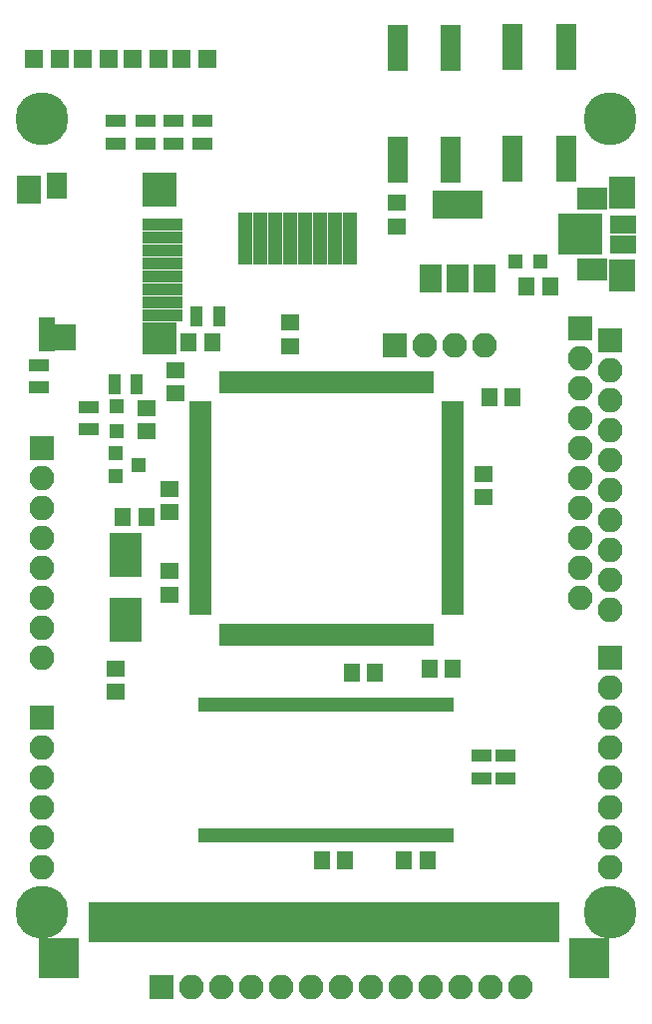
<source format=gts>
G04 #@! TF.FileFunction,Soldermask,Top*
%FSLAX46Y46*%
G04 Gerber Fmt 4.6, Leading zero omitted, Abs format (unit mm)*
G04 Created by KiCad (PCBNEW 4.0.5-e0-6337~49~ubuntu16.04.1) date Sat Feb 25 14:31:11 2017*
%MOMM*%
%LPD*%
G01*
G04 APERTURE LIST*
%ADD10C,0.100000*%
%ADD11R,1.650000X1.400000*%
%ADD12R,1.400000X1.650000*%
%ADD13R,1.300000X1.200000*%
%ADD14R,1.200000X1.300000*%
%ADD15R,1.950000X0.700000*%
%ADD16R,0.700000X1.950000*%
%ADD17R,1.700000X1.100000*%
%ADD18R,1.100000X1.700000*%
%ADD19R,0.960000X1.300000*%
%ADD20R,2.800000X3.725000*%
%ADD21R,1.000000X3.400000*%
%ADD22R,3.400000X3.400000*%
%ADD23R,1.800000X3.900000*%
%ADD24R,3.780000X0.850000*%
%ADD25R,2.500000X1.880000*%
%ADD26R,2.300000X2.780000*%
%ADD27R,2.300000X1.580000*%
%ADD28R,2.100000X2.100000*%
%ADD29O,2.100000X2.100000*%
%ADD30R,4.200000X2.400000*%
%ADD31R,1.900000X2.400000*%
%ADD32R,1.200000X4.400000*%
%ADD33R,3.400000X1.100000*%
%ADD34R,2.900000X2.750000*%
%ADD35R,1.400000X2.850000*%
%ADD36R,1.900000X2.200000*%
%ADD37R,2.900000X2.900000*%
%ADD38R,1.800000X2.200000*%
%ADD39R,2.000000X2.400000*%
%ADD40R,1.600000X1.600000*%
%ADD41C,4.500000*%
G04 APERTURE END LIST*
D10*
D11*
X109220000Y-93107000D03*
X109220000Y-95107000D03*
D12*
X109204000Y-102362000D03*
X107204000Y-102362000D03*
D11*
X106553000Y-115205000D03*
X106553000Y-117205000D03*
D12*
X133239000Y-115189000D03*
X135239000Y-115189000D03*
X138319000Y-92202000D03*
X140319000Y-92202000D03*
X141494000Y-82804000D03*
X143494000Y-82804000D03*
D11*
X130429000Y-75708000D03*
X130429000Y-77708000D03*
D13*
X106680000Y-92930000D03*
X106680000Y-95030000D03*
D14*
X140555000Y-80708500D03*
X142655000Y-80708500D03*
D13*
X106569000Y-96967000D03*
X106569000Y-98867000D03*
X108569000Y-97917000D03*
D15*
X113760000Y-92850000D03*
X113760000Y-93350000D03*
X113760000Y-93850000D03*
X113760000Y-94350000D03*
X113760000Y-94850000D03*
X113760000Y-95350000D03*
X113760000Y-95850000D03*
X113760000Y-96350000D03*
X113760000Y-96850000D03*
X113760000Y-97350000D03*
X113760000Y-97850000D03*
X113760000Y-98350000D03*
X113760000Y-98850000D03*
X113760000Y-99350000D03*
X113760000Y-99850000D03*
X113760000Y-100350000D03*
X113760000Y-100850000D03*
X113760000Y-101350000D03*
X113760000Y-101850000D03*
X113760000Y-102350000D03*
X113760000Y-102850000D03*
X113760000Y-103350000D03*
X113760000Y-103850000D03*
X113760000Y-104350000D03*
X113760000Y-104850000D03*
X113760000Y-105350000D03*
X113760000Y-105850000D03*
X113760000Y-106350000D03*
X113760000Y-106850000D03*
X113760000Y-107350000D03*
X113760000Y-107850000D03*
X113760000Y-108350000D03*
X113760000Y-108850000D03*
X113760000Y-109350000D03*
X113760000Y-109850000D03*
X113760000Y-110350000D03*
D16*
X115710000Y-112300000D03*
X116210000Y-112300000D03*
X116710000Y-112300000D03*
X117210000Y-112300000D03*
X117710000Y-112300000D03*
X118210000Y-112300000D03*
X118710000Y-112300000D03*
X119210000Y-112300000D03*
X119710000Y-112300000D03*
X120210000Y-112300000D03*
X120710000Y-112300000D03*
X121210000Y-112300000D03*
X121710000Y-112300000D03*
X122210000Y-112300000D03*
X122710000Y-112300000D03*
X123210000Y-112300000D03*
X123710000Y-112300000D03*
X124210000Y-112300000D03*
X124710000Y-112300000D03*
X125210000Y-112300000D03*
X125710000Y-112300000D03*
X126210000Y-112300000D03*
X126710000Y-112300000D03*
X127210000Y-112300000D03*
X127710000Y-112300000D03*
X128210000Y-112300000D03*
X128710000Y-112300000D03*
X129210000Y-112300000D03*
X129710000Y-112300000D03*
X130210000Y-112300000D03*
X130710000Y-112300000D03*
X131210000Y-112300000D03*
X131710000Y-112300000D03*
X132210000Y-112300000D03*
X132710000Y-112300000D03*
X133210000Y-112300000D03*
D15*
X135160000Y-110350000D03*
X135160000Y-109850000D03*
X135160000Y-109350000D03*
X135160000Y-108850000D03*
X135160000Y-108350000D03*
X135160000Y-107850000D03*
X135160000Y-107350000D03*
X135160000Y-106850000D03*
X135160000Y-106350000D03*
X135160000Y-105850000D03*
X135160000Y-105350000D03*
X135160000Y-104850000D03*
X135160000Y-104350000D03*
X135160000Y-103850000D03*
X135160000Y-103350000D03*
X135160000Y-102850000D03*
X135160000Y-102350000D03*
X135160000Y-101850000D03*
X135160000Y-101350000D03*
X135160000Y-100850000D03*
X135160000Y-100350000D03*
X135160000Y-99850000D03*
X135160000Y-99350000D03*
X135160000Y-98850000D03*
X135160000Y-98350000D03*
X135160000Y-97850000D03*
X135160000Y-97350000D03*
X135160000Y-96850000D03*
X135160000Y-96350000D03*
X135160000Y-95850000D03*
X135160000Y-95350000D03*
X135160000Y-94850000D03*
X135160000Y-94350000D03*
X135160000Y-93850000D03*
X135160000Y-93350000D03*
X135160000Y-92850000D03*
D16*
X133210000Y-90900000D03*
X132710000Y-90900000D03*
X132210000Y-90900000D03*
X131710000Y-90900000D03*
X131210000Y-90900000D03*
X130710000Y-90900000D03*
X130210000Y-90900000D03*
X129710000Y-90900000D03*
X129210000Y-90900000D03*
X128710000Y-90900000D03*
X128210000Y-90900000D03*
X127710000Y-90900000D03*
X127210000Y-90900000D03*
X126710000Y-90900000D03*
X126210000Y-90900000D03*
X125710000Y-90900000D03*
X125210000Y-90900000D03*
X124710000Y-90900000D03*
X124210000Y-90900000D03*
X123710000Y-90900000D03*
X123210000Y-90900000D03*
X122710000Y-90900000D03*
X122210000Y-90900000D03*
X121710000Y-90900000D03*
X121210000Y-90900000D03*
X120710000Y-90900000D03*
X120210000Y-90900000D03*
X119710000Y-90900000D03*
X119210000Y-90900000D03*
X118710000Y-90900000D03*
X118210000Y-90900000D03*
X117710000Y-90900000D03*
X117210000Y-90900000D03*
X116710000Y-90900000D03*
X116210000Y-90900000D03*
X115710000Y-90900000D03*
D17*
X104267000Y-93030000D03*
X104267000Y-94930000D03*
D18*
X108392000Y-91059000D03*
X106492000Y-91059000D03*
D17*
X139700000Y-122621000D03*
X139700000Y-124521000D03*
X137668000Y-122621000D03*
X137668000Y-124521000D03*
D19*
X114060000Y-129355000D03*
X134860000Y-118295000D03*
X134060000Y-118295000D03*
X133260000Y-118295000D03*
X132460000Y-118295000D03*
X131660000Y-118295000D03*
X130860000Y-118295000D03*
X130060000Y-118295000D03*
X129260000Y-118295000D03*
X128460000Y-118295000D03*
X127660000Y-118295000D03*
X126860000Y-118295000D03*
X126060000Y-118295000D03*
X125260000Y-118295000D03*
X124460000Y-118295000D03*
X123660000Y-118295000D03*
X122860000Y-118295000D03*
X122060000Y-118295000D03*
X121260000Y-118295000D03*
X120460000Y-118295000D03*
X119660000Y-118295000D03*
X118860000Y-118295000D03*
X118060000Y-118295000D03*
X117260000Y-118295000D03*
X116460000Y-118295000D03*
X115660000Y-118295000D03*
X114860000Y-118295000D03*
X114060000Y-118295000D03*
X114860000Y-129355000D03*
X115660000Y-129355000D03*
X116460000Y-129355000D03*
X117260000Y-129355000D03*
X118060000Y-129355000D03*
X118860000Y-129355000D03*
X119660000Y-129355000D03*
X120460000Y-129355000D03*
X121260000Y-129355000D03*
X122060000Y-129355000D03*
X122860000Y-129355000D03*
X123660000Y-129355000D03*
X124460000Y-129355000D03*
X125260000Y-129355000D03*
X126060000Y-129355000D03*
X126860000Y-129355000D03*
X127660000Y-129355000D03*
X128460000Y-129355000D03*
X129260000Y-129355000D03*
X130060000Y-129355000D03*
X130860000Y-129355000D03*
X131660000Y-129355000D03*
X132460000Y-129355000D03*
X133260000Y-129355000D03*
X134060000Y-129355000D03*
X134860000Y-129355000D03*
D20*
X107442000Y-105568500D03*
X107442000Y-111093500D03*
D21*
X143764000Y-136731500D03*
X142764000Y-136731500D03*
X141764000Y-136731500D03*
X140764000Y-136731500D03*
X139764000Y-136731500D03*
X138764000Y-136731500D03*
X137764000Y-136731500D03*
X136764000Y-136731500D03*
X135764000Y-136731500D03*
X134764000Y-136731500D03*
X133764000Y-136731500D03*
X132764000Y-136731500D03*
X131764000Y-136731500D03*
X130764000Y-136731500D03*
X129764000Y-136731500D03*
X128764000Y-136731500D03*
X127764000Y-136731500D03*
X126764000Y-136731500D03*
X125764000Y-136731500D03*
X124764000Y-136731500D03*
X123764000Y-136731500D03*
X122764000Y-136731500D03*
X121764000Y-136731500D03*
X120764000Y-136731500D03*
X119764000Y-136731500D03*
X118764000Y-136731500D03*
X117764000Y-136731500D03*
X116764000Y-136731500D03*
X115764000Y-136731500D03*
X114764000Y-136731500D03*
X113764000Y-136731500D03*
X112764000Y-136731500D03*
X111764000Y-136731500D03*
X110764000Y-136731500D03*
X109764000Y-136731500D03*
X108764000Y-136731500D03*
X107764000Y-136731500D03*
X106764000Y-136731500D03*
X105764000Y-136731500D03*
X104764000Y-136731500D03*
D22*
X146764000Y-139731500D03*
X101764000Y-139731500D03*
D23*
X140315000Y-71973000D03*
X140315000Y-62473000D03*
X144815000Y-71973000D03*
X144815000Y-62473000D03*
X135021000Y-62520000D03*
X135021000Y-72020000D03*
X130521000Y-62520000D03*
X130521000Y-72020000D03*
D11*
X121412000Y-87868000D03*
X121412000Y-85868000D03*
X137795000Y-98695000D03*
X137795000Y-100695000D03*
D12*
X128635000Y-115570000D03*
X126635000Y-115570000D03*
D11*
X111125000Y-101965000D03*
X111125000Y-99965000D03*
X111125000Y-108950000D03*
X111125000Y-106950000D03*
D12*
X131080000Y-131445000D03*
X133080000Y-131445000D03*
X126095000Y-131445000D03*
X124095000Y-131445000D03*
D24*
X146006000Y-79659000D03*
X146006000Y-79009000D03*
X146006000Y-78359000D03*
X146006000Y-77709000D03*
X146006000Y-77059000D03*
D25*
X147086000Y-81359000D03*
X147086000Y-75359000D03*
D26*
X149586000Y-81859000D03*
X149586000Y-74859000D03*
D27*
X149666000Y-79199000D03*
X149666000Y-77519000D03*
D11*
X111658400Y-89881200D03*
X111658400Y-91881200D03*
D28*
X100330000Y-96520000D03*
D29*
X100330000Y-99060000D03*
X100330000Y-101600000D03*
X100330000Y-104140000D03*
X100330000Y-106680000D03*
X100330000Y-109220000D03*
X100330000Y-111760000D03*
X100330000Y-114300000D03*
D28*
X100330000Y-119380000D03*
D29*
X100330000Y-121920000D03*
X100330000Y-124460000D03*
X100330000Y-127000000D03*
X100330000Y-129540000D03*
X100330000Y-132080000D03*
D28*
X148590000Y-114300000D03*
D29*
X148590000Y-116840000D03*
X148590000Y-119380000D03*
X148590000Y-121920000D03*
X148590000Y-124460000D03*
X148590000Y-127000000D03*
X148590000Y-129540000D03*
X148590000Y-132080000D03*
D28*
X148590000Y-87376000D03*
D29*
X148590000Y-89916000D03*
X148590000Y-92456000D03*
X148590000Y-94996000D03*
X148590000Y-97536000D03*
X148590000Y-100076000D03*
X148590000Y-102616000D03*
X148590000Y-105156000D03*
X148590000Y-107696000D03*
X148590000Y-110236000D03*
D28*
X146050000Y-86360000D03*
D29*
X146050000Y-88900000D03*
X146050000Y-91440000D03*
X146050000Y-93980000D03*
X146050000Y-96520000D03*
X146050000Y-99060000D03*
X146050000Y-101600000D03*
X146050000Y-104140000D03*
X146050000Y-106680000D03*
X146050000Y-109220000D03*
D30*
X135636000Y-75844000D03*
D31*
X135636000Y-82144000D03*
X137936000Y-82144000D03*
X133336000Y-82144000D03*
D32*
X117602000Y-78740000D03*
X118872000Y-78740000D03*
X120142000Y-78740000D03*
X121412000Y-78740000D03*
X122682000Y-78740000D03*
X123952000Y-78740000D03*
X125222000Y-78740000D03*
X126492000Y-78740000D03*
D17*
X100076000Y-91374000D03*
X100076000Y-89474000D03*
D33*
X110593000Y-80817000D03*
X110593000Y-77517000D03*
X110593000Y-78617000D03*
X110593000Y-79717000D03*
X110593000Y-81917000D03*
X110593000Y-83017000D03*
X110593000Y-84117000D03*
X110593000Y-85217000D03*
D34*
X110343000Y-87217000D03*
D35*
X100743000Y-86817000D03*
D36*
X102243000Y-87117000D03*
D37*
X110343000Y-74617000D03*
D38*
X101593000Y-74217000D03*
D39*
X99193000Y-74617000D03*
D12*
X112792000Y-87503000D03*
X114792000Y-87503000D03*
D18*
X115377000Y-85344000D03*
X113477000Y-85344000D03*
D40*
X112184000Y-63500000D03*
X114384000Y-63500000D03*
X107993000Y-63500000D03*
X110193000Y-63500000D03*
X103802000Y-63500000D03*
X106002000Y-63500000D03*
X99611000Y-63500000D03*
X101811000Y-63500000D03*
D17*
X113919000Y-70673000D03*
X113919000Y-68773000D03*
X111506000Y-70673000D03*
X111506000Y-68773000D03*
X109093000Y-70673000D03*
X109093000Y-68773000D03*
X106553000Y-70673000D03*
X106553000Y-68773000D03*
D28*
X110490000Y-142240000D03*
D29*
X113030000Y-142240000D03*
X115570000Y-142240000D03*
X118110000Y-142240000D03*
X120650000Y-142240000D03*
X123190000Y-142240000D03*
X125730000Y-142240000D03*
X128270000Y-142240000D03*
X130810000Y-142240000D03*
X133350000Y-142240000D03*
X135890000Y-142240000D03*
X138430000Y-142240000D03*
X140970000Y-142240000D03*
D28*
X130302000Y-87757000D03*
D29*
X132842000Y-87757000D03*
X135382000Y-87757000D03*
X137922000Y-87757000D03*
D41*
X100330000Y-68580000D03*
X148590000Y-68580000D03*
X148590000Y-135890000D03*
X100330000Y-135890000D03*
M02*

</source>
